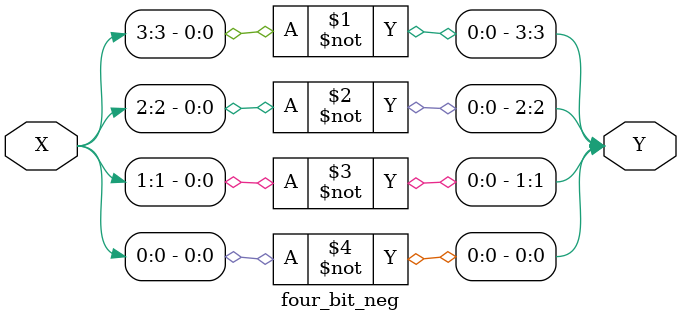
<source format=v>
module four_bit_neg(X,Y);
input wire [3:0] X;
output wire [3:0] Y;

assign Y[3] = ~X[3];
assign Y[2] = ~X[2];
assign Y[1] = ~X[1];
assign Y[0] = ~X[0];

endmodule
</source>
